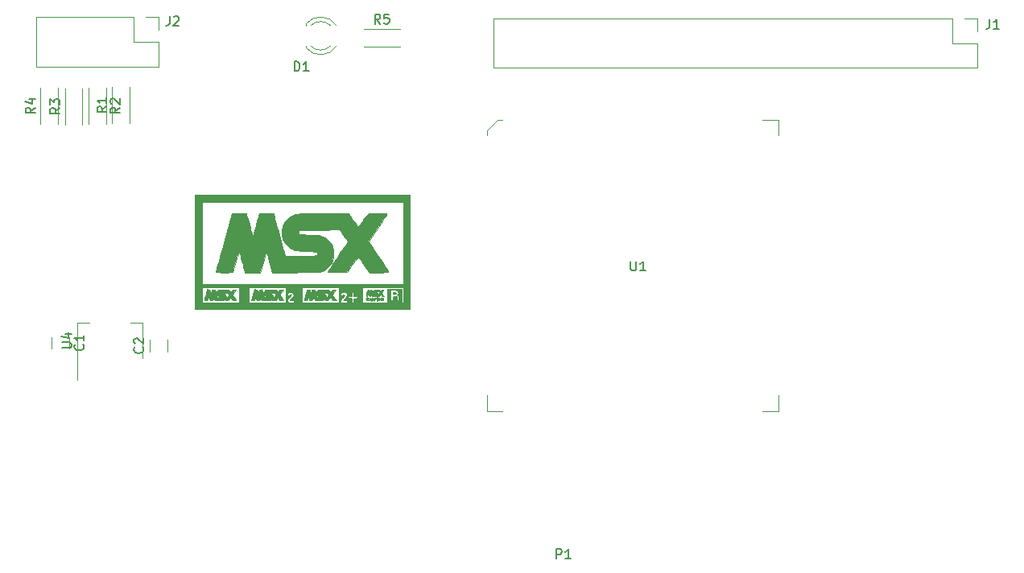
<source format=gto>
G04 #@! TF.GenerationSoftware,KiCad,Pcbnew,(5.1.5)-3*
G04 #@! TF.CreationDate,2020-06-08T21:14:36+01:00*
G04 #@! TF.ProjectId,MSXPI2,4d535850-4932-42e6-9b69-6361645f7063,rev?*
G04 #@! TF.SameCoordinates,Original*
G04 #@! TF.FileFunction,Legend,Top*
G04 #@! TF.FilePolarity,Positive*
%FSLAX46Y46*%
G04 Gerber Fmt 4.6, Leading zero omitted, Abs format (unit mm)*
G04 Created by KiCad (PCBNEW (5.1.5)-3) date 2020-06-08 21:14:36*
%MOMM*%
%LPD*%
G04 APERTURE LIST*
%ADD10C,0.010000*%
%ADD11C,0.120000*%
%ADD12C,0.100000*%
%ADD13C,0.150000*%
G04 APERTURE END LIST*
D10*
G36*
X120750199Y-59122174D02*
G01*
X120791219Y-59157756D01*
X120798167Y-59220100D01*
X120787097Y-59291671D01*
X120737281Y-59320970D01*
X120650000Y-59325933D01*
X120549801Y-59318026D01*
X120508781Y-59282443D01*
X120501834Y-59220100D01*
X120512904Y-59148529D01*
X120562719Y-59119229D01*
X120650000Y-59114267D01*
X120750199Y-59122174D01*
G37*
X120750199Y-59122174D02*
X120791219Y-59157756D01*
X120798167Y-59220100D01*
X120787097Y-59291671D01*
X120737281Y-59320970D01*
X120650000Y-59325933D01*
X120549801Y-59318026D01*
X120508781Y-59282443D01*
X120501834Y-59220100D01*
X120512904Y-59148529D01*
X120562719Y-59119229D01*
X120650000Y-59114267D01*
X120750199Y-59122174D01*
G36*
X116283315Y-51470816D02*
G01*
X116468975Y-51733958D01*
X116612921Y-51932868D01*
X116720236Y-52073871D01*
X116796004Y-52163291D01*
X116845308Y-52207455D01*
X116873232Y-52212688D01*
X116876897Y-52209382D01*
X116904664Y-52171364D01*
X116973877Y-52075344D01*
X117076728Y-51932188D01*
X117205412Y-51752761D01*
X117352123Y-51547931D01*
X117364636Y-51530450D01*
X117548287Y-51279542D01*
X117702872Y-51080016D01*
X117823700Y-50937553D01*
X117906080Y-50857838D01*
X117932012Y-50843111D01*
X118011346Y-50833232D01*
X118155496Y-50825933D01*
X118349017Y-50821110D01*
X118576468Y-50818661D01*
X118822406Y-50818484D01*
X119071388Y-50820478D01*
X119307972Y-50824539D01*
X119516713Y-50830565D01*
X119682171Y-50838455D01*
X119788901Y-50848106D01*
X119820029Y-50855608D01*
X119833076Y-50866840D01*
X119838541Y-50884430D01*
X119832881Y-50913956D01*
X119812556Y-50960998D01*
X119774023Y-51031135D01*
X119713741Y-51129947D01*
X119628169Y-51263014D01*
X119513763Y-51435915D01*
X119366983Y-51654230D01*
X119184287Y-51923539D01*
X118962133Y-52249420D01*
X118696979Y-52637454D01*
X118585329Y-52800727D01*
X117908988Y-53789687D01*
X118559762Y-54748060D01*
X118865845Y-55199110D01*
X119127412Y-55585333D01*
X119347744Y-55911787D01*
X119530125Y-56183527D01*
X119677837Y-56405610D01*
X119794162Y-56583094D01*
X119882384Y-56721034D01*
X119945784Y-56824487D01*
X119987645Y-56898511D01*
X120011249Y-56948161D01*
X120019880Y-56978495D01*
X120017463Y-56993615D01*
X119967298Y-57010699D01*
X119839274Y-57023794D01*
X119631682Y-57032978D01*
X119342807Y-57038329D01*
X118999566Y-57039933D01*
X118010295Y-57039933D01*
X117545623Y-56373183D01*
X117391014Y-56152532D01*
X117244017Y-55944925D01*
X117114902Y-55764702D01*
X117013938Y-55626205D01*
X116953588Y-55546512D01*
X116826225Y-55386592D01*
X116505156Y-55824168D01*
X116348826Y-56038577D01*
X116178394Y-56274506D01*
X116017352Y-56499332D01*
X115917421Y-56640255D01*
X115650754Y-57018767D01*
X114660793Y-57030149D01*
X114379040Y-57031972D01*
X114125566Y-57030911D01*
X113912633Y-57027239D01*
X113752502Y-57021228D01*
X113657433Y-57013148D01*
X113636745Y-57007445D01*
X113651362Y-56963959D01*
X113712652Y-56854504D01*
X113818494Y-56682301D01*
X113966772Y-56450576D01*
X114155364Y-56162551D01*
X114382153Y-55821451D01*
X114645020Y-55430500D01*
X114941845Y-54992921D01*
X115270510Y-54511937D01*
X115423459Y-54289136D01*
X115555510Y-54095969D01*
X115645241Y-53959192D01*
X115698572Y-53865618D01*
X115721423Y-53802057D01*
X115719716Y-53755321D01*
X115699371Y-53712222D01*
X115689525Y-53696469D01*
X115641421Y-53624407D01*
X115555233Y-53498586D01*
X115441634Y-53334466D01*
X115311295Y-53147506D01*
X115257104Y-53070132D01*
X114892667Y-52550497D01*
X112783141Y-52562132D01*
X112306023Y-52564873D01*
X111906454Y-52567585D01*
X111577315Y-52570576D01*
X111311490Y-52574153D01*
X111101861Y-52578624D01*
X110941311Y-52584297D01*
X110822721Y-52591479D01*
X110738976Y-52600479D01*
X110682956Y-52611604D01*
X110647545Y-52625162D01*
X110625626Y-52641461D01*
X110613558Y-52655941D01*
X110565374Y-52758044D01*
X110554148Y-52825274D01*
X110556993Y-52889605D01*
X110570955Y-52939569D01*
X110605787Y-52977385D01*
X110671242Y-53005273D01*
X110777073Y-53025451D01*
X110933033Y-53040140D01*
X111148876Y-53051559D01*
X111434354Y-53061928D01*
X111620090Y-53067846D01*
X112037397Y-53083961D01*
X112381870Y-53105904D01*
X112665305Y-53137143D01*
X112899501Y-53181146D01*
X113096255Y-53241379D01*
X113267367Y-53321311D01*
X113424634Y-53424409D01*
X113579854Y-53554139D01*
X113714411Y-53683351D01*
X113954476Y-53980468D01*
X114126104Y-54314952D01*
X114229375Y-54674429D01*
X114264368Y-55046526D01*
X114231161Y-55418870D01*
X114129835Y-55779087D01*
X113960467Y-56114803D01*
X113723138Y-56413647D01*
X113696791Y-56439933D01*
X113378267Y-56703246D01*
X113043964Y-56884780D01*
X112689899Y-56986598D01*
X112620494Y-56997046D01*
X112518256Y-57004848D01*
X112340638Y-57012194D01*
X112096925Y-57018934D01*
X111796403Y-57024918D01*
X111448359Y-57029994D01*
X111062077Y-57034013D01*
X110646843Y-57036825D01*
X110211944Y-57038277D01*
X110066667Y-57038432D01*
X107823000Y-57039546D01*
X107645578Y-56415323D01*
X107568470Y-56142846D01*
X107485278Y-55846904D01*
X107405397Y-55561030D01*
X107338222Y-55318759D01*
X107331075Y-55292803D01*
X107276783Y-55105357D01*
X107228131Y-54955539D01*
X107190187Y-54857736D01*
X107168018Y-54826335D01*
X107167066Y-54827137D01*
X107149291Y-54875219D01*
X107112933Y-54994090D01*
X107061145Y-55172711D01*
X106997078Y-55400039D01*
X106923884Y-55665036D01*
X106846569Y-55949775D01*
X106553000Y-57039783D01*
X105741367Y-57039858D01*
X104929733Y-57039933D01*
X104885539Y-56902350D01*
X104862369Y-56822802D01*
X104821521Y-56674835D01*
X104766636Y-56471964D01*
X104701358Y-56227707D01*
X104629330Y-55955582D01*
X104587421Y-55796126D01*
X104515078Y-55522634D01*
X104448927Y-55277233D01*
X104392203Y-55071550D01*
X104348142Y-54917210D01*
X104319979Y-54825842D01*
X104311828Y-54805817D01*
X104303591Y-54798064D01*
X104295244Y-54798837D01*
X104284047Y-54816894D01*
X104267256Y-54860994D01*
X104242130Y-54939895D01*
X104205927Y-55062354D01*
X104155905Y-55237131D01*
X104089322Y-55472984D01*
X104003436Y-55778671D01*
X103970231Y-55896933D01*
X103891515Y-56177137D01*
X103819590Y-56432925D01*
X103757882Y-56652128D01*
X103709819Y-56822578D01*
X103678828Y-56932104D01*
X103669175Y-56965850D01*
X103655560Y-56990665D01*
X103624050Y-57009266D01*
X103563836Y-57022534D01*
X103464109Y-57031351D01*
X103314059Y-57036600D01*
X103102878Y-57039163D01*
X102819757Y-57039920D01*
X102761314Y-57039933D01*
X102452047Y-57038812D01*
X102218851Y-57035101D01*
X102053153Y-57028279D01*
X101946383Y-57017827D01*
X101889969Y-57003224D01*
X101875167Y-56986128D01*
X101886739Y-56922042D01*
X101921267Y-56777588D01*
X101978469Y-56553810D01*
X102058064Y-56251756D01*
X102159768Y-55872472D01*
X102283301Y-55417004D01*
X102428381Y-54886399D01*
X102594724Y-54281701D01*
X102782050Y-53603959D01*
X102944498Y-53018267D01*
X103550011Y-50838100D01*
X104268339Y-50827611D01*
X104509044Y-50826062D01*
X104721801Y-50828397D01*
X104891484Y-50834156D01*
X105002965Y-50842880D01*
X105039243Y-50851066D01*
X105063944Y-50899534D01*
X105106736Y-51018826D01*
X105164185Y-51197879D01*
X105232860Y-51425632D01*
X105309330Y-51691022D01*
X105388344Y-51976297D01*
X105468899Y-52270021D01*
X105544120Y-52539139D01*
X105610671Y-52772119D01*
X105665215Y-52957430D01*
X105704417Y-53083538D01*
X105724504Y-53138176D01*
X105737177Y-53163030D01*
X105747829Y-53180393D01*
X105759103Y-53182279D01*
X105773642Y-53160706D01*
X105794090Y-53107691D01*
X105823091Y-53015251D01*
X105863289Y-52875404D01*
X105917326Y-52680165D01*
X105987846Y-52421551D01*
X106077493Y-52091581D01*
X106106917Y-51983348D01*
X106188004Y-51690926D01*
X106264632Y-51425335D01*
X106333382Y-51197589D01*
X106390836Y-51018702D01*
X106433576Y-50899688D01*
X106458155Y-50851579D01*
X106513488Y-50841248D01*
X106633373Y-50832613D01*
X106801246Y-50825805D01*
X107000547Y-50820952D01*
X107214712Y-50818182D01*
X107427179Y-50817623D01*
X107621387Y-50819406D01*
X107780774Y-50823657D01*
X107888776Y-50830507D01*
X107928832Y-50840083D01*
X107928834Y-50840156D01*
X107939713Y-50882874D01*
X107970667Y-50998028D01*
X108019173Y-51176459D01*
X108082707Y-51409007D01*
X108158745Y-51686513D01*
X108244763Y-51999819D01*
X108338237Y-52339765D01*
X108436643Y-52697192D01*
X108537457Y-53062941D01*
X108638155Y-53427853D01*
X108736215Y-53782768D01*
X108829110Y-54118529D01*
X108914318Y-54425975D01*
X108989315Y-54695948D01*
X109051577Y-54919288D01*
X109098580Y-55086836D01*
X109116088Y-55148641D01*
X109162205Y-55310516D01*
X110757436Y-55295190D01*
X111119154Y-55290853D01*
X111455952Y-55285165D01*
X111758028Y-55278413D01*
X112015583Y-55270890D01*
X112218818Y-55262884D01*
X112357931Y-55254686D01*
X112423123Y-55246586D01*
X112425139Y-55245821D01*
X112504502Y-55169417D01*
X112533935Y-55059573D01*
X112513436Y-54948317D01*
X112443007Y-54867677D01*
X112425139Y-54858932D01*
X112363359Y-54848879D01*
X112229961Y-54837071D01*
X112037957Y-54824323D01*
X111800355Y-54811448D01*
X111530165Y-54799264D01*
X111379000Y-54793393D01*
X111018559Y-54779239D01*
X110729606Y-54764325D01*
X110498987Y-54745897D01*
X110313548Y-54721198D01*
X110160134Y-54687473D01*
X110025590Y-54641967D01*
X109896762Y-54581923D01*
X109760495Y-54504586D01*
X109637580Y-54428599D01*
X109358620Y-54206344D01*
X109123366Y-53916419D01*
X108973841Y-53653267D01*
X108918457Y-53536464D01*
X108880774Y-53438961D01*
X108857389Y-53339928D01*
X108844900Y-53218534D01*
X108839905Y-53053948D01*
X108839000Y-52827767D01*
X108839958Y-52599520D01*
X108845127Y-52434746D01*
X108857949Y-52312255D01*
X108881869Y-52210856D01*
X108920328Y-52109360D01*
X108975104Y-51990091D01*
X109178493Y-51655378D01*
X109447210Y-51360468D01*
X109765210Y-51121785D01*
X109892913Y-51050623D01*
X109983174Y-51006960D01*
X110074145Y-50969181D01*
X110172417Y-50936857D01*
X110284575Y-50909560D01*
X110417209Y-50886859D01*
X110576907Y-50868327D01*
X110770255Y-50853535D01*
X111003843Y-50842053D01*
X111284258Y-50833452D01*
X111618089Y-50827305D01*
X112011922Y-50823181D01*
X112472347Y-50820653D01*
X113005950Y-50819290D01*
X113454071Y-50818778D01*
X115825475Y-50816933D01*
X116283315Y-51470816D01*
G37*
X116283315Y-51470816D02*
X116468975Y-51733958D01*
X116612921Y-51932868D01*
X116720236Y-52073871D01*
X116796004Y-52163291D01*
X116845308Y-52207455D01*
X116873232Y-52212688D01*
X116876897Y-52209382D01*
X116904664Y-52171364D01*
X116973877Y-52075344D01*
X117076728Y-51932188D01*
X117205412Y-51752761D01*
X117352123Y-51547931D01*
X117364636Y-51530450D01*
X117548287Y-51279542D01*
X117702872Y-51080016D01*
X117823700Y-50937553D01*
X117906080Y-50857838D01*
X117932012Y-50843111D01*
X118011346Y-50833232D01*
X118155496Y-50825933D01*
X118349017Y-50821110D01*
X118576468Y-50818661D01*
X118822406Y-50818484D01*
X119071388Y-50820478D01*
X119307972Y-50824539D01*
X119516713Y-50830565D01*
X119682171Y-50838455D01*
X119788901Y-50848106D01*
X119820029Y-50855608D01*
X119833076Y-50866840D01*
X119838541Y-50884430D01*
X119832881Y-50913956D01*
X119812556Y-50960998D01*
X119774023Y-51031135D01*
X119713741Y-51129947D01*
X119628169Y-51263014D01*
X119513763Y-51435915D01*
X119366983Y-51654230D01*
X119184287Y-51923539D01*
X118962133Y-52249420D01*
X118696979Y-52637454D01*
X118585329Y-52800727D01*
X117908988Y-53789687D01*
X118559762Y-54748060D01*
X118865845Y-55199110D01*
X119127412Y-55585333D01*
X119347744Y-55911787D01*
X119530125Y-56183527D01*
X119677837Y-56405610D01*
X119794162Y-56583094D01*
X119882384Y-56721034D01*
X119945784Y-56824487D01*
X119987645Y-56898511D01*
X120011249Y-56948161D01*
X120019880Y-56978495D01*
X120017463Y-56993615D01*
X119967298Y-57010699D01*
X119839274Y-57023794D01*
X119631682Y-57032978D01*
X119342807Y-57038329D01*
X118999566Y-57039933D01*
X118010295Y-57039933D01*
X117545623Y-56373183D01*
X117391014Y-56152532D01*
X117244017Y-55944925D01*
X117114902Y-55764702D01*
X117013938Y-55626205D01*
X116953588Y-55546512D01*
X116826225Y-55386592D01*
X116505156Y-55824168D01*
X116348826Y-56038577D01*
X116178394Y-56274506D01*
X116017352Y-56499332D01*
X115917421Y-56640255D01*
X115650754Y-57018767D01*
X114660793Y-57030149D01*
X114379040Y-57031972D01*
X114125566Y-57030911D01*
X113912633Y-57027239D01*
X113752502Y-57021228D01*
X113657433Y-57013148D01*
X113636745Y-57007445D01*
X113651362Y-56963959D01*
X113712652Y-56854504D01*
X113818494Y-56682301D01*
X113966772Y-56450576D01*
X114155364Y-56162551D01*
X114382153Y-55821451D01*
X114645020Y-55430500D01*
X114941845Y-54992921D01*
X115270510Y-54511937D01*
X115423459Y-54289136D01*
X115555510Y-54095969D01*
X115645241Y-53959192D01*
X115698572Y-53865618D01*
X115721423Y-53802057D01*
X115719716Y-53755321D01*
X115699371Y-53712222D01*
X115689525Y-53696469D01*
X115641421Y-53624407D01*
X115555233Y-53498586D01*
X115441634Y-53334466D01*
X115311295Y-53147506D01*
X115257104Y-53070132D01*
X114892667Y-52550497D01*
X112783141Y-52562132D01*
X112306023Y-52564873D01*
X111906454Y-52567585D01*
X111577315Y-52570576D01*
X111311490Y-52574153D01*
X111101861Y-52578624D01*
X110941311Y-52584297D01*
X110822721Y-52591479D01*
X110738976Y-52600479D01*
X110682956Y-52611604D01*
X110647545Y-52625162D01*
X110625626Y-52641461D01*
X110613558Y-52655941D01*
X110565374Y-52758044D01*
X110554148Y-52825274D01*
X110556993Y-52889605D01*
X110570955Y-52939569D01*
X110605787Y-52977385D01*
X110671242Y-53005273D01*
X110777073Y-53025451D01*
X110933033Y-53040140D01*
X111148876Y-53051559D01*
X111434354Y-53061928D01*
X111620090Y-53067846D01*
X112037397Y-53083961D01*
X112381870Y-53105904D01*
X112665305Y-53137143D01*
X112899501Y-53181146D01*
X113096255Y-53241379D01*
X113267367Y-53321311D01*
X113424634Y-53424409D01*
X113579854Y-53554139D01*
X113714411Y-53683351D01*
X113954476Y-53980468D01*
X114126104Y-54314952D01*
X114229375Y-54674429D01*
X114264368Y-55046526D01*
X114231161Y-55418870D01*
X114129835Y-55779087D01*
X113960467Y-56114803D01*
X113723138Y-56413647D01*
X113696791Y-56439933D01*
X113378267Y-56703246D01*
X113043964Y-56884780D01*
X112689899Y-56986598D01*
X112620494Y-56997046D01*
X112518256Y-57004848D01*
X112340638Y-57012194D01*
X112096925Y-57018934D01*
X111796403Y-57024918D01*
X111448359Y-57029994D01*
X111062077Y-57034013D01*
X110646843Y-57036825D01*
X110211944Y-57038277D01*
X110066667Y-57038432D01*
X107823000Y-57039546D01*
X107645578Y-56415323D01*
X107568470Y-56142846D01*
X107485278Y-55846904D01*
X107405397Y-55561030D01*
X107338222Y-55318759D01*
X107331075Y-55292803D01*
X107276783Y-55105357D01*
X107228131Y-54955539D01*
X107190187Y-54857736D01*
X107168018Y-54826335D01*
X107167066Y-54827137D01*
X107149291Y-54875219D01*
X107112933Y-54994090D01*
X107061145Y-55172711D01*
X106997078Y-55400039D01*
X106923884Y-55665036D01*
X106846569Y-55949775D01*
X106553000Y-57039783D01*
X105741367Y-57039858D01*
X104929733Y-57039933D01*
X104885539Y-56902350D01*
X104862369Y-56822802D01*
X104821521Y-56674835D01*
X104766636Y-56471964D01*
X104701358Y-56227707D01*
X104629330Y-55955582D01*
X104587421Y-55796126D01*
X104515078Y-55522634D01*
X104448927Y-55277233D01*
X104392203Y-55071550D01*
X104348142Y-54917210D01*
X104319979Y-54825842D01*
X104311828Y-54805817D01*
X104303591Y-54798064D01*
X104295244Y-54798837D01*
X104284047Y-54816894D01*
X104267256Y-54860994D01*
X104242130Y-54939895D01*
X104205927Y-55062354D01*
X104155905Y-55237131D01*
X104089322Y-55472984D01*
X104003436Y-55778671D01*
X103970231Y-55896933D01*
X103891515Y-56177137D01*
X103819590Y-56432925D01*
X103757882Y-56652128D01*
X103709819Y-56822578D01*
X103678828Y-56932104D01*
X103669175Y-56965850D01*
X103655560Y-56990665D01*
X103624050Y-57009266D01*
X103563836Y-57022534D01*
X103464109Y-57031351D01*
X103314059Y-57036600D01*
X103102878Y-57039163D01*
X102819757Y-57039920D01*
X102761314Y-57039933D01*
X102452047Y-57038812D01*
X102218851Y-57035101D01*
X102053153Y-57028279D01*
X101946383Y-57017827D01*
X101889969Y-57003224D01*
X101875167Y-56986128D01*
X101886739Y-56922042D01*
X101921267Y-56777588D01*
X101978469Y-56553810D01*
X102058064Y-56251756D01*
X102159768Y-55872472D01*
X102283301Y-55417004D01*
X102428381Y-54886399D01*
X102594724Y-54281701D01*
X102782050Y-53603959D01*
X102944498Y-53018267D01*
X103550011Y-50838100D01*
X104268339Y-50827611D01*
X104509044Y-50826062D01*
X104721801Y-50828397D01*
X104891484Y-50834156D01*
X105002965Y-50842880D01*
X105039243Y-50851066D01*
X105063944Y-50899534D01*
X105106736Y-51018826D01*
X105164185Y-51197879D01*
X105232860Y-51425632D01*
X105309330Y-51691022D01*
X105388344Y-51976297D01*
X105468899Y-52270021D01*
X105544120Y-52539139D01*
X105610671Y-52772119D01*
X105665215Y-52957430D01*
X105704417Y-53083538D01*
X105724504Y-53138176D01*
X105737177Y-53163030D01*
X105747829Y-53180393D01*
X105759103Y-53182279D01*
X105773642Y-53160706D01*
X105794090Y-53107691D01*
X105823091Y-53015251D01*
X105863289Y-52875404D01*
X105917326Y-52680165D01*
X105987846Y-52421551D01*
X106077493Y-52091581D01*
X106106917Y-51983348D01*
X106188004Y-51690926D01*
X106264632Y-51425335D01*
X106333382Y-51197589D01*
X106390836Y-51018702D01*
X106433576Y-50899688D01*
X106458155Y-50851579D01*
X106513488Y-50841248D01*
X106633373Y-50832613D01*
X106801246Y-50825805D01*
X107000547Y-50820952D01*
X107214712Y-50818182D01*
X107427179Y-50817623D01*
X107621387Y-50819406D01*
X107780774Y-50823657D01*
X107888776Y-50830507D01*
X107928832Y-50840083D01*
X107928834Y-50840156D01*
X107939713Y-50882874D01*
X107970667Y-50998028D01*
X108019173Y-51176459D01*
X108082707Y-51409007D01*
X108158745Y-51686513D01*
X108244763Y-51999819D01*
X108338237Y-52339765D01*
X108436643Y-52697192D01*
X108537457Y-53062941D01*
X108638155Y-53427853D01*
X108736215Y-53782768D01*
X108829110Y-54118529D01*
X108914318Y-54425975D01*
X108989315Y-54695948D01*
X109051577Y-54919288D01*
X109098580Y-55086836D01*
X109116088Y-55148641D01*
X109162205Y-55310516D01*
X110757436Y-55295190D01*
X111119154Y-55290853D01*
X111455952Y-55285165D01*
X111758028Y-55278413D01*
X112015583Y-55270890D01*
X112218818Y-55262884D01*
X112357931Y-55254686D01*
X112423123Y-55246586D01*
X112425139Y-55245821D01*
X112504502Y-55169417D01*
X112533935Y-55059573D01*
X112513436Y-54948317D01*
X112443007Y-54867677D01*
X112425139Y-54858932D01*
X112363359Y-54848879D01*
X112229961Y-54837071D01*
X112037957Y-54824323D01*
X111800355Y-54811448D01*
X111530165Y-54799264D01*
X111379000Y-54793393D01*
X111018559Y-54779239D01*
X110729606Y-54764325D01*
X110498987Y-54745897D01*
X110313548Y-54721198D01*
X110160134Y-54687473D01*
X110025590Y-54641967D01*
X109896762Y-54581923D01*
X109760495Y-54504586D01*
X109637580Y-54428599D01*
X109358620Y-54206344D01*
X109123366Y-53916419D01*
X108973841Y-53653267D01*
X108918457Y-53536464D01*
X108880774Y-53438961D01*
X108857389Y-53339928D01*
X108844900Y-53218534D01*
X108839905Y-53053948D01*
X108839000Y-52827767D01*
X108839958Y-52599520D01*
X108845127Y-52434746D01*
X108857949Y-52312255D01*
X108881869Y-52210856D01*
X108920328Y-52109360D01*
X108975104Y-51990091D01*
X109178493Y-51655378D01*
X109447210Y-51360468D01*
X109765210Y-51121785D01*
X109892913Y-51050623D01*
X109983174Y-51006960D01*
X110074145Y-50969181D01*
X110172417Y-50936857D01*
X110284575Y-50909560D01*
X110417209Y-50886859D01*
X110576907Y-50868327D01*
X110770255Y-50853535D01*
X111003843Y-50842053D01*
X111284258Y-50833452D01*
X111618089Y-50827305D01*
X112011922Y-50823181D01*
X112472347Y-50820653D01*
X113005950Y-50819290D01*
X113454071Y-50818778D01*
X115825475Y-50816933D01*
X116283315Y-51470816D01*
G36*
X112373892Y-59177984D02*
G01*
X112431304Y-59386122D01*
X112479682Y-59525060D01*
X112532288Y-59607277D01*
X112602386Y-59645251D01*
X112703238Y-59651459D01*
X112848108Y-59638380D01*
X112861678Y-59636909D01*
X113157000Y-59604899D01*
X112896159Y-59560666D01*
X112687379Y-59509576D01*
X112551690Y-59434886D01*
X112478840Y-59327927D01*
X112458590Y-59191054D01*
X112775705Y-59191054D01*
X112776000Y-59198933D01*
X112830203Y-59223398D01*
X112939283Y-59238687D01*
X113013256Y-59241267D01*
X113209476Y-59270835D01*
X113346688Y-59356955D01*
X113420350Y-59495748D01*
X113432167Y-59599176D01*
X113436922Y-59697933D01*
X113448631Y-59747801D01*
X113451300Y-59749267D01*
X113483947Y-59717474D01*
X113546978Y-59635948D01*
X113595590Y-59567357D01*
X113667195Y-59458178D01*
X113694806Y-59388651D01*
X113683890Y-59329711D01*
X113651318Y-59271024D01*
X113615926Y-59218634D01*
X113574446Y-59185311D01*
X113508591Y-59166746D01*
X113400076Y-59158626D01*
X113230612Y-59156643D01*
X113165863Y-59156600D01*
X112961186Y-59160605D01*
X112829505Y-59172267D01*
X112775705Y-59191054D01*
X112458590Y-59191054D01*
X112458500Y-59190448D01*
X112484614Y-59034291D01*
X112562409Y-58921842D01*
X112609461Y-58879056D01*
X112660532Y-58849974D01*
X112732044Y-58831958D01*
X112840422Y-58822372D01*
X113002089Y-58818577D01*
X113209449Y-58817933D01*
X113752579Y-58817933D01*
X113831496Y-58951530D01*
X113910414Y-59085126D01*
X114021808Y-58948640D01*
X114105798Y-58860442D01*
X114188740Y-58825402D01*
X114311855Y-58825627D01*
X114490509Y-58839100D01*
X114321306Y-59093100D01*
X114238134Y-59222730D01*
X114177709Y-59326014D01*
X114152145Y-59382135D01*
X114151968Y-59384057D01*
X114174975Y-59433872D01*
X114236058Y-59532557D01*
X114323101Y-59660796D01*
X114344472Y-59690974D01*
X114537111Y-59960933D01*
X114333889Y-59960644D01*
X114204361Y-59953964D01*
X114123591Y-59922757D01*
X114055968Y-59849568D01*
X114029118Y-59811249D01*
X113927570Y-59662143D01*
X113821274Y-59811538D01*
X113740963Y-59908326D01*
X113658990Y-59951142D01*
X113534692Y-59960930D01*
X113531239Y-59960933D01*
X113403742Y-59952632D01*
X113353274Y-59923682D01*
X113373463Y-59868016D01*
X113400417Y-59836350D01*
X113405490Y-59820077D01*
X113354070Y-59848256D01*
X113326334Y-59866767D01*
X113245180Y-59910059D01*
X113136664Y-59941135D01*
X112982108Y-59963718D01*
X112762834Y-59981534D01*
X112745170Y-59982662D01*
X112545654Y-59996213D01*
X112412964Y-60001031D01*
X112329256Y-59988531D01*
X112276689Y-59950128D01*
X112237421Y-59877238D01*
X112193611Y-59761277D01*
X112173373Y-59707545D01*
X112146510Y-59646169D01*
X112125477Y-59644674D01*
X112097669Y-59711447D01*
X112077939Y-59771045D01*
X112021576Y-59911381D01*
X111956856Y-59980981D01*
X111864081Y-59993012D01*
X111773384Y-59974624D01*
X111715813Y-59923607D01*
X111674316Y-59825969D01*
X111673156Y-59820785D01*
X111639305Y-59691774D01*
X111608391Y-59645567D01*
X111576428Y-59680583D01*
X111546183Y-59770433D01*
X111509097Y-59878753D01*
X111458433Y-59929999D01*
X111363173Y-59949456D01*
X111322494Y-59952784D01*
X111215179Y-59953536D01*
X111154994Y-59939967D01*
X111150046Y-59931617D01*
X111162802Y-59880203D01*
X111194919Y-59763968D01*
X111241781Y-59599293D01*
X111298772Y-59402559D01*
X111308796Y-59368267D01*
X111463667Y-58839100D01*
X111609142Y-58839100D01*
X111709435Y-58848589D01*
X111761196Y-58893876D01*
X111792373Y-58987267D01*
X111833650Y-59117659D01*
X111871330Y-59164035D01*
X111908085Y-59126811D01*
X111945392Y-59011182D01*
X111979871Y-58893539D01*
X112019481Y-58836868D01*
X112085930Y-58819111D01*
X112135593Y-58817933D01*
X112277133Y-58817933D01*
X112373892Y-59177984D01*
G37*
X112373892Y-59177984D02*
X112431304Y-59386122D01*
X112479682Y-59525060D01*
X112532288Y-59607277D01*
X112602386Y-59645251D01*
X112703238Y-59651459D01*
X112848108Y-59638380D01*
X112861678Y-59636909D01*
X113157000Y-59604899D01*
X112896159Y-59560666D01*
X112687379Y-59509576D01*
X112551690Y-59434886D01*
X112478840Y-59327927D01*
X112458590Y-59191054D01*
X112775705Y-59191054D01*
X112776000Y-59198933D01*
X112830203Y-59223398D01*
X112939283Y-59238687D01*
X113013256Y-59241267D01*
X113209476Y-59270835D01*
X113346688Y-59356955D01*
X113420350Y-59495748D01*
X113432167Y-59599176D01*
X113436922Y-59697933D01*
X113448631Y-59747801D01*
X113451300Y-59749267D01*
X113483947Y-59717474D01*
X113546978Y-59635948D01*
X113595590Y-59567357D01*
X113667195Y-59458178D01*
X113694806Y-59388651D01*
X113683890Y-59329711D01*
X113651318Y-59271024D01*
X113615926Y-59218634D01*
X113574446Y-59185311D01*
X113508591Y-59166746D01*
X113400076Y-59158626D01*
X113230612Y-59156643D01*
X113165863Y-59156600D01*
X112961186Y-59160605D01*
X112829505Y-59172267D01*
X112775705Y-59191054D01*
X112458590Y-59191054D01*
X112458500Y-59190448D01*
X112484614Y-59034291D01*
X112562409Y-58921842D01*
X112609461Y-58879056D01*
X112660532Y-58849974D01*
X112732044Y-58831958D01*
X112840422Y-58822372D01*
X113002089Y-58818577D01*
X113209449Y-58817933D01*
X113752579Y-58817933D01*
X113831496Y-58951530D01*
X113910414Y-59085126D01*
X114021808Y-58948640D01*
X114105798Y-58860442D01*
X114188740Y-58825402D01*
X114311855Y-58825627D01*
X114490509Y-58839100D01*
X114321306Y-59093100D01*
X114238134Y-59222730D01*
X114177709Y-59326014D01*
X114152145Y-59382135D01*
X114151968Y-59384057D01*
X114174975Y-59433872D01*
X114236058Y-59532557D01*
X114323101Y-59660796D01*
X114344472Y-59690974D01*
X114537111Y-59960933D01*
X114333889Y-59960644D01*
X114204361Y-59953964D01*
X114123591Y-59922757D01*
X114055968Y-59849568D01*
X114029118Y-59811249D01*
X113927570Y-59662143D01*
X113821274Y-59811538D01*
X113740963Y-59908326D01*
X113658990Y-59951142D01*
X113534692Y-59960930D01*
X113531239Y-59960933D01*
X113403742Y-59952632D01*
X113353274Y-59923682D01*
X113373463Y-59868016D01*
X113400417Y-59836350D01*
X113405490Y-59820077D01*
X113354070Y-59848256D01*
X113326334Y-59866767D01*
X113245180Y-59910059D01*
X113136664Y-59941135D01*
X112982108Y-59963718D01*
X112762834Y-59981534D01*
X112745170Y-59982662D01*
X112545654Y-59996213D01*
X112412964Y-60001031D01*
X112329256Y-59988531D01*
X112276689Y-59950128D01*
X112237421Y-59877238D01*
X112193611Y-59761277D01*
X112173373Y-59707545D01*
X112146510Y-59646169D01*
X112125477Y-59644674D01*
X112097669Y-59711447D01*
X112077939Y-59771045D01*
X112021576Y-59911381D01*
X111956856Y-59980981D01*
X111864081Y-59993012D01*
X111773384Y-59974624D01*
X111715813Y-59923607D01*
X111674316Y-59825969D01*
X111673156Y-59820785D01*
X111639305Y-59691774D01*
X111608391Y-59645567D01*
X111576428Y-59680583D01*
X111546183Y-59770433D01*
X111509097Y-59878753D01*
X111458433Y-59929999D01*
X111363173Y-59949456D01*
X111322494Y-59952784D01*
X111215179Y-59953536D01*
X111154994Y-59939967D01*
X111150046Y-59931617D01*
X111162802Y-59880203D01*
X111194919Y-59763968D01*
X111241781Y-59599293D01*
X111298772Y-59402559D01*
X111308796Y-59368267D01*
X111463667Y-58839100D01*
X111609142Y-58839100D01*
X111709435Y-58848589D01*
X111761196Y-58893876D01*
X111792373Y-58987267D01*
X111833650Y-59117659D01*
X111871330Y-59164035D01*
X111908085Y-59126811D01*
X111945392Y-59011182D01*
X111979871Y-58893539D01*
X112019481Y-58836868D01*
X112085930Y-58819111D01*
X112135593Y-58817933D01*
X112277133Y-58817933D01*
X112373892Y-59177984D01*
G36*
X106059743Y-58826316D02*
G01*
X106154296Y-58841351D01*
X106207830Y-58881581D01*
X106243837Y-58970905D01*
X106259588Y-59029600D01*
X106290266Y-59141729D01*
X106311372Y-59181001D01*
X106333171Y-59156871D01*
X106351516Y-59114267D01*
X106391224Y-58999689D01*
X106410660Y-58923767D01*
X106448599Y-58860355D01*
X106544044Y-58830064D01*
X106578916Y-58826330D01*
X106731128Y-58813560D01*
X106831240Y-59201873D01*
X106890060Y-59410516D01*
X106948264Y-59547944D01*
X107020492Y-59626226D01*
X107121384Y-59657427D01*
X107265579Y-59653614D01*
X107364614Y-59641516D01*
X107611334Y-59607851D01*
X107400245Y-59574804D01*
X107212888Y-59542681D01*
X107090256Y-59511293D01*
X107012943Y-59471880D01*
X106961540Y-59415678D01*
X106931325Y-59363094D01*
X106886060Y-59199505D01*
X106888191Y-59190865D01*
X107230181Y-59190865D01*
X107230334Y-59198933D01*
X107284536Y-59223398D01*
X107393616Y-59238687D01*
X107467589Y-59241267D01*
X107664846Y-59270598D01*
X107801360Y-59357189D01*
X107874728Y-59498931D01*
X107887441Y-59609759D01*
X107888383Y-59770433D01*
X107970200Y-59664600D01*
X108047927Y-59554528D01*
X108103412Y-59463517D01*
X108133075Y-59370049D01*
X108103761Y-59273110D01*
X108098167Y-59262433D01*
X108067974Y-59214046D01*
X108028166Y-59183223D01*
X107960996Y-59166014D01*
X107848716Y-59158467D01*
X107673579Y-59156630D01*
X107622848Y-59156600D01*
X107417300Y-59160581D01*
X107284795Y-59172177D01*
X107230181Y-59190865D01*
X106888191Y-59190865D01*
X106924541Y-59043544D01*
X107018464Y-58920121D01*
X107065073Y-58878017D01*
X107116397Y-58849402D01*
X107188825Y-58831683D01*
X107298747Y-58822262D01*
X107462551Y-58818546D01*
X107663782Y-58817933D01*
X108206912Y-58817933D01*
X108285829Y-58951530D01*
X108364747Y-59085126D01*
X108476141Y-58948640D01*
X108560131Y-58860442D01*
X108643073Y-58825402D01*
X108766189Y-58825627D01*
X108944842Y-58839100D01*
X108775639Y-59093100D01*
X108692696Y-59221050D01*
X108632321Y-59320743D01*
X108606519Y-59372271D01*
X108606302Y-59373928D01*
X108628579Y-59419083D01*
X108687848Y-59515115D01*
X108772560Y-59643529D01*
X108797948Y-59680844D01*
X108989729Y-59960933D01*
X108784742Y-59960933D01*
X108652355Y-59953825D01*
X108568617Y-59922021D01*
X108497986Y-59849796D01*
X108480127Y-59826178D01*
X108380498Y-59691423D01*
X108268000Y-59826178D01*
X108174270Y-59917925D01*
X108073137Y-59955566D01*
X107978667Y-59960933D01*
X107854173Y-59952204D01*
X107806886Y-59921968D01*
X107830766Y-59864152D01*
X107854750Y-59836350D01*
X107859747Y-59821052D01*
X107808923Y-59850757D01*
X107778865Y-59871685D01*
X107715075Y-59911918D01*
X107646067Y-59937692D01*
X107552978Y-59951484D01*
X107416944Y-59955772D01*
X107219102Y-59953033D01*
X107168776Y-59951818D01*
X106687489Y-59939767D01*
X106639972Y-59770433D01*
X106604115Y-59669202D01*
X106572663Y-59647541D01*
X106541563Y-59707129D01*
X106512282Y-59823350D01*
X106484739Y-59913164D01*
X106434894Y-59952032D01*
X106333245Y-59960892D01*
X106318435Y-59960933D01*
X106214668Y-59955223D01*
X106158124Y-59922949D01*
X106121781Y-59841401D01*
X106104386Y-59781017D01*
X106054675Y-59601100D01*
X105993393Y-59781017D01*
X105949861Y-59892447D01*
X105901656Y-59944739D01*
X105820717Y-59960126D01*
X105766306Y-59960933D01*
X105661531Y-59955696D01*
X105604180Y-59942646D01*
X105600500Y-59937804D01*
X105611309Y-59890702D01*
X105640927Y-59777802D01*
X105685144Y-59614781D01*
X105739747Y-59417319D01*
X105754613Y-59364103D01*
X105908726Y-58813531D01*
X106059743Y-58826316D01*
G37*
X106059743Y-58826316D02*
X106154296Y-58841351D01*
X106207830Y-58881581D01*
X106243837Y-58970905D01*
X106259588Y-59029600D01*
X106290266Y-59141729D01*
X106311372Y-59181001D01*
X106333171Y-59156871D01*
X106351516Y-59114267D01*
X106391224Y-58999689D01*
X106410660Y-58923767D01*
X106448599Y-58860355D01*
X106544044Y-58830064D01*
X106578916Y-58826330D01*
X106731128Y-58813560D01*
X106831240Y-59201873D01*
X106890060Y-59410516D01*
X106948264Y-59547944D01*
X107020492Y-59626226D01*
X107121384Y-59657427D01*
X107265579Y-59653614D01*
X107364614Y-59641516D01*
X107611334Y-59607851D01*
X107400245Y-59574804D01*
X107212888Y-59542681D01*
X107090256Y-59511293D01*
X107012943Y-59471880D01*
X106961540Y-59415678D01*
X106931325Y-59363094D01*
X106886060Y-59199505D01*
X106888191Y-59190865D01*
X107230181Y-59190865D01*
X107230334Y-59198933D01*
X107284536Y-59223398D01*
X107393616Y-59238687D01*
X107467589Y-59241267D01*
X107664846Y-59270598D01*
X107801360Y-59357189D01*
X107874728Y-59498931D01*
X107887441Y-59609759D01*
X107888383Y-59770433D01*
X107970200Y-59664600D01*
X108047927Y-59554528D01*
X108103412Y-59463517D01*
X108133075Y-59370049D01*
X108103761Y-59273110D01*
X108098167Y-59262433D01*
X108067974Y-59214046D01*
X108028166Y-59183223D01*
X107960996Y-59166014D01*
X107848716Y-59158467D01*
X107673579Y-59156630D01*
X107622848Y-59156600D01*
X107417300Y-59160581D01*
X107284795Y-59172177D01*
X107230181Y-59190865D01*
X106888191Y-59190865D01*
X106924541Y-59043544D01*
X107018464Y-58920121D01*
X107065073Y-58878017D01*
X107116397Y-58849402D01*
X107188825Y-58831683D01*
X107298747Y-58822262D01*
X107462551Y-58818546D01*
X107663782Y-58817933D01*
X108206912Y-58817933D01*
X108285829Y-58951530D01*
X108364747Y-59085126D01*
X108476141Y-58948640D01*
X108560131Y-58860442D01*
X108643073Y-58825402D01*
X108766189Y-58825627D01*
X108944842Y-58839100D01*
X108775639Y-59093100D01*
X108692696Y-59221050D01*
X108632321Y-59320743D01*
X108606519Y-59372271D01*
X108606302Y-59373928D01*
X108628579Y-59419083D01*
X108687848Y-59515115D01*
X108772560Y-59643529D01*
X108797948Y-59680844D01*
X108989729Y-59960933D01*
X108784742Y-59960933D01*
X108652355Y-59953825D01*
X108568617Y-59922021D01*
X108497986Y-59849796D01*
X108480127Y-59826178D01*
X108380498Y-59691423D01*
X108268000Y-59826178D01*
X108174270Y-59917925D01*
X108073137Y-59955566D01*
X107978667Y-59960933D01*
X107854173Y-59952204D01*
X107806886Y-59921968D01*
X107830766Y-59864152D01*
X107854750Y-59836350D01*
X107859747Y-59821052D01*
X107808923Y-59850757D01*
X107778865Y-59871685D01*
X107715075Y-59911918D01*
X107646067Y-59937692D01*
X107552978Y-59951484D01*
X107416944Y-59955772D01*
X107219102Y-59953033D01*
X107168776Y-59951818D01*
X106687489Y-59939767D01*
X106639972Y-59770433D01*
X106604115Y-59669202D01*
X106572663Y-59647541D01*
X106541563Y-59707129D01*
X106512282Y-59823350D01*
X106484739Y-59913164D01*
X106434894Y-59952032D01*
X106333245Y-59960892D01*
X106318435Y-59960933D01*
X106214668Y-59955223D01*
X106158124Y-59922949D01*
X106121781Y-59841401D01*
X106104386Y-59781017D01*
X106054675Y-59601100D01*
X105993393Y-59781017D01*
X105949861Y-59892447D01*
X105901656Y-59944739D01*
X105820717Y-59960126D01*
X105766306Y-59960933D01*
X105661531Y-59955696D01*
X105604180Y-59942646D01*
X105600500Y-59937804D01*
X105611309Y-59890702D01*
X105640927Y-59777802D01*
X105685144Y-59614781D01*
X105739747Y-59417319D01*
X105754613Y-59364103D01*
X105908726Y-58813531D01*
X106059743Y-58826316D01*
G36*
X101109368Y-58826387D02*
G01*
X101221877Y-58850490D01*
X101271857Y-58905262D01*
X101276673Y-58923767D01*
X101305080Y-59030123D01*
X101334546Y-59114267D01*
X101360806Y-59171438D01*
X101381976Y-59173364D01*
X101408373Y-59110409D01*
X101436552Y-59019017D01*
X101477205Y-58898742D01*
X101519016Y-58839373D01*
X101583461Y-58819623D01*
X101639392Y-58817933D01*
X101724052Y-58823368D01*
X101773628Y-58853621D01*
X101806995Y-58929613D01*
X101833727Y-59033325D01*
X101885399Y-59248718D01*
X101907688Y-59198933D01*
X102256167Y-59198933D01*
X102294460Y-59222034D01*
X102393313Y-59237410D01*
X102490924Y-59241267D01*
X102698509Y-59267707D01*
X102840528Y-59347420D01*
X102917692Y-59480996D01*
X102933500Y-59607642D01*
X102935906Y-59692855D01*
X102950187Y-59724511D01*
X102986938Y-59698302D01*
X103056755Y-59609922D01*
X103111645Y-59535227D01*
X103177910Y-59437901D01*
X103197330Y-59373811D01*
X103175078Y-59309389D01*
X103152421Y-59270643D01*
X103116974Y-59218293D01*
X103075275Y-59185054D01*
X103008970Y-59166588D01*
X102899702Y-59158561D01*
X102729119Y-59156636D01*
X102669695Y-59156600D01*
X102476240Y-59160714D01*
X102336793Y-59172199D01*
X102263912Y-59189768D01*
X102256167Y-59198933D01*
X101907688Y-59198933D01*
X101961351Y-59079074D01*
X102027926Y-58962617D01*
X102101788Y-58878179D01*
X102122785Y-58863682D01*
X102198541Y-58845433D01*
X102340087Y-58830782D01*
X102528572Y-58821148D01*
X102731090Y-58817933D01*
X103253912Y-58817933D01*
X103332829Y-58951530D01*
X103411747Y-59085126D01*
X103523141Y-58948640D01*
X103607131Y-58860442D01*
X103690073Y-58825402D01*
X103813189Y-58825627D01*
X103991842Y-58839100D01*
X103822639Y-59093100D01*
X103739511Y-59222405D01*
X103679096Y-59324993D01*
X103653486Y-59380225D01*
X103653302Y-59382103D01*
X103676256Y-59431820D01*
X103736602Y-59528724D01*
X103821343Y-59651961D01*
X103822500Y-59653578D01*
X103907494Y-59777091D01*
X103968276Y-59874616D01*
X103991830Y-59925254D01*
X103991834Y-59925491D01*
X103954012Y-59946743D01*
X103858450Y-59959394D01*
X103803727Y-59960933D01*
X103678783Y-59952966D01*
X103603620Y-59918047D01*
X103543999Y-59839650D01*
X103540599Y-59833933D01*
X103482605Y-59749005D01*
X103439030Y-59707697D01*
X103435255Y-59706933D01*
X103393199Y-59738120D01*
X103328294Y-59815036D01*
X103314500Y-59833933D01*
X103241933Y-59916438D01*
X103157603Y-59953079D01*
X103036451Y-59960933D01*
X102907487Y-59952950D01*
X102855244Y-59924764D01*
X102872916Y-59870020D01*
X102901750Y-59835154D01*
X102907831Y-59819180D01*
X102858755Y-59849764D01*
X102832541Y-59869021D01*
X102769695Y-59909709D01*
X102697962Y-59936368D01*
X102598572Y-59951874D01*
X102452755Y-59959103D01*
X102241741Y-59960932D01*
X102232819Y-59960933D01*
X101755222Y-59960933D01*
X101694147Y-59781017D01*
X101633071Y-59601100D01*
X101579120Y-59777561D01*
X101513626Y-59919347D01*
X101435585Y-59978066D01*
X101346711Y-59998750D01*
X101296783Y-59993936D01*
X101256885Y-59970868D01*
X101215159Y-59913565D01*
X101168052Y-59808449D01*
X101154719Y-59770433D01*
X101099336Y-59601100D01*
X101039223Y-59781017D01*
X100996615Y-59892389D01*
X100948911Y-59944657D01*
X100867597Y-59960081D01*
X100808777Y-59960933D01*
X100693912Y-59951283D01*
X100655395Y-59920871D01*
X100657554Y-59908017D01*
X100675399Y-59848743D01*
X100710299Y-59725179D01*
X100757382Y-59554814D01*
X100811776Y-59355135D01*
X100814419Y-59345359D01*
X101931126Y-59345359D01*
X101947798Y-59447004D01*
X101958683Y-59490993D01*
X102005430Y-59664600D01*
X102247215Y-59661624D01*
X102396660Y-59654218D01*
X102521703Y-59638374D01*
X102573667Y-59625118D01*
X102598312Y-59603969D01*
X102552652Y-59584663D01*
X102430265Y-59564914D01*
X102391257Y-59560148D01*
X102195313Y-59518679D01*
X102051093Y-59450439D01*
X101971457Y-59362858D01*
X101959834Y-59310895D01*
X101942840Y-59288274D01*
X101935884Y-59293438D01*
X101931126Y-59345359D01*
X100814419Y-59345359D01*
X100817386Y-59334387D01*
X100958107Y-58813673D01*
X101109368Y-58826387D01*
G37*
X101109368Y-58826387D02*
X101221877Y-58850490D01*
X101271857Y-58905262D01*
X101276673Y-58923767D01*
X101305080Y-59030123D01*
X101334546Y-59114267D01*
X101360806Y-59171438D01*
X101381976Y-59173364D01*
X101408373Y-59110409D01*
X101436552Y-59019017D01*
X101477205Y-58898742D01*
X101519016Y-58839373D01*
X101583461Y-58819623D01*
X101639392Y-58817933D01*
X101724052Y-58823368D01*
X101773628Y-58853621D01*
X101806995Y-58929613D01*
X101833727Y-59033325D01*
X101885399Y-59248718D01*
X101907688Y-59198933D01*
X102256167Y-59198933D01*
X102294460Y-59222034D01*
X102393313Y-59237410D01*
X102490924Y-59241267D01*
X102698509Y-59267707D01*
X102840528Y-59347420D01*
X102917692Y-59480996D01*
X102933500Y-59607642D01*
X102935906Y-59692855D01*
X102950187Y-59724511D01*
X102986938Y-59698302D01*
X103056755Y-59609922D01*
X103111645Y-59535227D01*
X103177910Y-59437901D01*
X103197330Y-59373811D01*
X103175078Y-59309389D01*
X103152421Y-59270643D01*
X103116974Y-59218293D01*
X103075275Y-59185054D01*
X103008970Y-59166588D01*
X102899702Y-59158561D01*
X102729119Y-59156636D01*
X102669695Y-59156600D01*
X102476240Y-59160714D01*
X102336793Y-59172199D01*
X102263912Y-59189768D01*
X102256167Y-59198933D01*
X101907688Y-59198933D01*
X101961351Y-59079074D01*
X102027926Y-58962617D01*
X102101788Y-58878179D01*
X102122785Y-58863682D01*
X102198541Y-58845433D01*
X102340087Y-58830782D01*
X102528572Y-58821148D01*
X102731090Y-58817933D01*
X103253912Y-58817933D01*
X103332829Y-58951530D01*
X103411747Y-59085126D01*
X103523141Y-58948640D01*
X103607131Y-58860442D01*
X103690073Y-58825402D01*
X103813189Y-58825627D01*
X103991842Y-58839100D01*
X103822639Y-59093100D01*
X103739511Y-59222405D01*
X103679096Y-59324993D01*
X103653486Y-59380225D01*
X103653302Y-59382103D01*
X103676256Y-59431820D01*
X103736602Y-59528724D01*
X103821343Y-59651961D01*
X103822500Y-59653578D01*
X103907494Y-59777091D01*
X103968276Y-59874616D01*
X103991830Y-59925254D01*
X103991834Y-59925491D01*
X103954012Y-59946743D01*
X103858450Y-59959394D01*
X103803727Y-59960933D01*
X103678783Y-59952966D01*
X103603620Y-59918047D01*
X103543999Y-59839650D01*
X103540599Y-59833933D01*
X103482605Y-59749005D01*
X103439030Y-59707697D01*
X103435255Y-59706933D01*
X103393199Y-59738120D01*
X103328294Y-59815036D01*
X103314500Y-59833933D01*
X103241933Y-59916438D01*
X103157603Y-59953079D01*
X103036451Y-59960933D01*
X102907487Y-59952950D01*
X102855244Y-59924764D01*
X102872916Y-59870020D01*
X102901750Y-59835154D01*
X102907831Y-59819180D01*
X102858755Y-59849764D01*
X102832541Y-59869021D01*
X102769695Y-59909709D01*
X102697962Y-59936368D01*
X102598572Y-59951874D01*
X102452755Y-59959103D01*
X102241741Y-59960932D01*
X102232819Y-59960933D01*
X101755222Y-59960933D01*
X101694147Y-59781017D01*
X101633071Y-59601100D01*
X101579120Y-59777561D01*
X101513626Y-59919347D01*
X101435585Y-59978066D01*
X101346711Y-59998750D01*
X101296783Y-59993936D01*
X101256885Y-59970868D01*
X101215159Y-59913565D01*
X101168052Y-59808449D01*
X101154719Y-59770433D01*
X101099336Y-59601100D01*
X101039223Y-59781017D01*
X100996615Y-59892389D01*
X100948911Y-59944657D01*
X100867597Y-59960081D01*
X100808777Y-59960933D01*
X100693912Y-59951283D01*
X100655395Y-59920871D01*
X100657554Y-59908017D01*
X100675399Y-59848743D01*
X100710299Y-59725179D01*
X100757382Y-59554814D01*
X100811776Y-59355135D01*
X100814419Y-59345359D01*
X101931126Y-59345359D01*
X101947798Y-59447004D01*
X101958683Y-59490993D01*
X102005430Y-59664600D01*
X102247215Y-59661624D01*
X102396660Y-59654218D01*
X102521703Y-59638374D01*
X102573667Y-59625118D01*
X102598312Y-59603969D01*
X102552652Y-59584663D01*
X102430265Y-59564914D01*
X102391257Y-59560148D01*
X102195313Y-59518679D01*
X102051093Y-59450439D01*
X101971457Y-59362858D01*
X101959834Y-59310895D01*
X101942840Y-59288274D01*
X101935884Y-59293438D01*
X101931126Y-59345359D01*
X100814419Y-59345359D01*
X100817386Y-59334387D01*
X100958107Y-58813673D01*
X101109368Y-58826387D01*
G36*
X119479731Y-58870960D02*
G01*
X119485834Y-58887020D01*
X119465509Y-58937025D01*
X119415046Y-59027830D01*
X119398632Y-59054868D01*
X119311430Y-59195964D01*
X119420747Y-59356198D01*
X119530064Y-59516433D01*
X119437004Y-59530936D01*
X119332477Y-59507535D01*
X119275378Y-59454539D01*
X119206811Y-59363638D01*
X119128095Y-59450619D01*
X119055592Y-59505065D01*
X118972576Y-59536657D01*
X118909376Y-59537182D01*
X118893167Y-59514237D01*
X118912479Y-59466509D01*
X118961134Y-59373675D01*
X118986762Y-59328249D01*
X119042361Y-59219767D01*
X119053090Y-59152046D01*
X119023912Y-59097612D01*
X118951249Y-59056962D01*
X118836282Y-59033620D01*
X118712370Y-59029496D01*
X118612877Y-59046501D01*
X118575667Y-59071933D01*
X118592001Y-59102100D01*
X118673739Y-59114261D01*
X118675978Y-59114267D01*
X118799197Y-59140975D01*
X118895050Y-59207809D01*
X118935436Y-59294836D01*
X118935500Y-59298371D01*
X118912849Y-59369153D01*
X118869600Y-59443514D01*
X118820278Y-59496306D01*
X118750077Y-59524924D01*
X118634489Y-59536246D01*
X118534461Y-59537600D01*
X118387085Y-59535152D01*
X118301855Y-59522175D01*
X118256272Y-59490224D01*
X118227840Y-59430852D01*
X118224407Y-59421183D01*
X118183592Y-59304767D01*
X118137261Y-59421183D01*
X118077078Y-59509425D01*
X118006247Y-59534283D01*
X117947546Y-59492237D01*
X117931766Y-59452933D01*
X117900352Y-59384355D01*
X117877167Y-59368267D01*
X117841681Y-59403429D01*
X117822567Y-59452933D01*
X117773628Y-59521485D01*
X117699479Y-59538122D01*
X117658144Y-59516133D01*
X117658127Y-59467984D01*
X117677427Y-59359754D01*
X117712070Y-59212761D01*
X117721321Y-59177466D01*
X117770753Y-59009217D01*
X117813088Y-58910195D01*
X117855573Y-58866186D01*
X117883092Y-58860267D01*
X117954839Y-58899051D01*
X117988341Y-58972308D01*
X118016462Y-59084350D01*
X118076520Y-58969725D01*
X118145399Y-58881382D01*
X118213470Y-58876196D01*
X118277878Y-58952684D01*
X118334200Y-59103683D01*
X118396010Y-59325933D01*
X118570505Y-59319590D01*
X118668410Y-59314421D01*
X118686249Y-59307445D01*
X118628619Y-59296251D01*
X118618000Y-59294678D01*
X118476725Y-59254215D01*
X118403562Y-59176919D01*
X118385167Y-59068239D01*
X118406999Y-58967142D01*
X118479735Y-58902509D01*
X118614232Y-58868785D01*
X118791800Y-58860267D01*
X118978426Y-58874030D01*
X119094868Y-58916797D01*
X119112083Y-58930328D01*
X119176592Y-58977153D01*
X119229170Y-58962286D01*
X119266917Y-58930328D01*
X119345286Y-58881676D01*
X119426785Y-58859797D01*
X119479731Y-58870960D01*
G37*
X119479731Y-58870960D02*
X119485834Y-58887020D01*
X119465509Y-58937025D01*
X119415046Y-59027830D01*
X119398632Y-59054868D01*
X119311430Y-59195964D01*
X119420747Y-59356198D01*
X119530064Y-59516433D01*
X119437004Y-59530936D01*
X119332477Y-59507535D01*
X119275378Y-59454539D01*
X119206811Y-59363638D01*
X119128095Y-59450619D01*
X119055592Y-59505065D01*
X118972576Y-59536657D01*
X118909376Y-59537182D01*
X118893167Y-59514237D01*
X118912479Y-59466509D01*
X118961134Y-59373675D01*
X118986762Y-59328249D01*
X119042361Y-59219767D01*
X119053090Y-59152046D01*
X119023912Y-59097612D01*
X118951249Y-59056962D01*
X118836282Y-59033620D01*
X118712370Y-59029496D01*
X118612877Y-59046501D01*
X118575667Y-59071933D01*
X118592001Y-59102100D01*
X118673739Y-59114261D01*
X118675978Y-59114267D01*
X118799197Y-59140975D01*
X118895050Y-59207809D01*
X118935436Y-59294836D01*
X118935500Y-59298371D01*
X118912849Y-59369153D01*
X118869600Y-59443514D01*
X118820278Y-59496306D01*
X118750077Y-59524924D01*
X118634489Y-59536246D01*
X118534461Y-59537600D01*
X118387085Y-59535152D01*
X118301855Y-59522175D01*
X118256272Y-59490224D01*
X118227840Y-59430852D01*
X118224407Y-59421183D01*
X118183592Y-59304767D01*
X118137261Y-59421183D01*
X118077078Y-59509425D01*
X118006247Y-59534283D01*
X117947546Y-59492237D01*
X117931766Y-59452933D01*
X117900352Y-59384355D01*
X117877167Y-59368267D01*
X117841681Y-59403429D01*
X117822567Y-59452933D01*
X117773628Y-59521485D01*
X117699479Y-59538122D01*
X117658144Y-59516133D01*
X117658127Y-59467984D01*
X117677427Y-59359754D01*
X117712070Y-59212761D01*
X117721321Y-59177466D01*
X117770753Y-59009217D01*
X117813088Y-58910195D01*
X117855573Y-58866186D01*
X117883092Y-58860267D01*
X117954839Y-58899051D01*
X117988341Y-58972308D01*
X118016462Y-59084350D01*
X118076520Y-58969725D01*
X118145399Y-58881382D01*
X118213470Y-58876196D01*
X118277878Y-58952684D01*
X118334200Y-59103683D01*
X118396010Y-59325933D01*
X118570505Y-59319590D01*
X118668410Y-59314421D01*
X118686249Y-59307445D01*
X118628619Y-59296251D01*
X118618000Y-59294678D01*
X118476725Y-59254215D01*
X118403562Y-59176919D01*
X118385167Y-59068239D01*
X118406999Y-58967142D01*
X118479735Y-58902509D01*
X118614232Y-58868785D01*
X118791800Y-58860267D01*
X118978426Y-58874030D01*
X119094868Y-58916797D01*
X119112083Y-58930328D01*
X119176592Y-58977153D01*
X119229170Y-58962286D01*
X119266917Y-58930328D01*
X119345286Y-58881676D01*
X119426785Y-58859797D01*
X119479731Y-58870960D01*
G36*
X119373035Y-59715104D02*
G01*
X119466770Y-59734783D01*
X119502426Y-59786724D01*
X119507000Y-59855100D01*
X119493693Y-59948457D01*
X119439007Y-59987631D01*
X119397543Y-59994823D01*
X119294967Y-59981816D01*
X119235296Y-59943938D01*
X119203676Y-59852178D01*
X119205667Y-59835112D01*
X119326792Y-59835112D01*
X119341178Y-59881948D01*
X119373642Y-59914002D01*
X119392160Y-59882119D01*
X119392477Y-59816031D01*
X119384410Y-59803065D01*
X119343697Y-59793201D01*
X119326792Y-59835112D01*
X119205667Y-59835112D01*
X119210788Y-59791219D01*
X119251277Y-59728302D01*
X119333908Y-59712473D01*
X119373035Y-59715104D01*
G37*
X119373035Y-59715104D02*
X119466770Y-59734783D01*
X119502426Y-59786724D01*
X119507000Y-59855100D01*
X119493693Y-59948457D01*
X119439007Y-59987631D01*
X119397543Y-59994823D01*
X119294967Y-59981816D01*
X119235296Y-59943938D01*
X119203676Y-59852178D01*
X119205667Y-59835112D01*
X119326792Y-59835112D01*
X119341178Y-59881948D01*
X119373642Y-59914002D01*
X119392160Y-59882119D01*
X119392477Y-59816031D01*
X119384410Y-59803065D01*
X119343697Y-59793201D01*
X119326792Y-59835112D01*
X119205667Y-59835112D01*
X119210788Y-59791219D01*
X119251277Y-59728302D01*
X119333908Y-59712473D01*
X119373035Y-59715104D01*
G36*
X118886003Y-59645125D02*
G01*
X118893167Y-59664600D01*
X118929475Y-59696133D01*
X119001682Y-59706933D01*
X119075330Y-59716838D01*
X119100198Y-59763642D01*
X119096932Y-59844517D01*
X119079481Y-59936027D01*
X119032881Y-59978161D01*
X118929851Y-59994825D01*
X118924917Y-59995239D01*
X118766167Y-60008377D01*
X118766167Y-59855100D01*
X118893167Y-59855100D01*
X118916026Y-59911436D01*
X118935500Y-59918600D01*
X118973057Y-59884312D01*
X118977834Y-59855100D01*
X118954975Y-59798764D01*
X118935500Y-59791600D01*
X118897943Y-59825888D01*
X118893167Y-59855100D01*
X118766167Y-59855100D01*
X118766167Y-59815322D01*
X118774266Y-59688836D01*
X118801872Y-59630662D01*
X118829667Y-59622267D01*
X118886003Y-59645125D01*
G37*
X118886003Y-59645125D02*
X118893167Y-59664600D01*
X118929475Y-59696133D01*
X119001682Y-59706933D01*
X119075330Y-59716838D01*
X119100198Y-59763642D01*
X119096932Y-59844517D01*
X119079481Y-59936027D01*
X119032881Y-59978161D01*
X118929851Y-59994825D01*
X118924917Y-59995239D01*
X118766167Y-60008377D01*
X118766167Y-59855100D01*
X118893167Y-59855100D01*
X118916026Y-59911436D01*
X118935500Y-59918600D01*
X118973057Y-59884312D01*
X118977834Y-59855100D01*
X118954975Y-59798764D01*
X118935500Y-59791600D01*
X118897943Y-59825888D01*
X118893167Y-59855100D01*
X118766167Y-59855100D01*
X118766167Y-59815322D01*
X118774266Y-59688836D01*
X118801872Y-59630662D01*
X118829667Y-59622267D01*
X118886003Y-59645125D01*
G36*
X118691374Y-59718994D02*
G01*
X118723834Y-59746455D01*
X118689590Y-59786490D01*
X118660334Y-59791600D01*
X118609262Y-59828400D01*
X118596834Y-59897433D01*
X118574047Y-59983480D01*
X118530651Y-60003267D01*
X118484994Y-59979328D01*
X118475387Y-59896321D01*
X118477735Y-59865683D01*
X118499843Y-59766931D01*
X118555992Y-59724195D01*
X118607417Y-59714705D01*
X118691374Y-59718994D01*
G37*
X118691374Y-59718994D02*
X118723834Y-59746455D01*
X118689590Y-59786490D01*
X118660334Y-59791600D01*
X118609262Y-59828400D01*
X118596834Y-59897433D01*
X118574047Y-59983480D01*
X118530651Y-60003267D01*
X118484994Y-59979328D01*
X118475387Y-59896321D01*
X118477735Y-59865683D01*
X118499843Y-59766931D01*
X118555992Y-59724195D01*
X118607417Y-59714705D01*
X118691374Y-59718994D01*
G36*
X118362289Y-59722932D02*
G01*
X118382728Y-59785961D01*
X118385167Y-59851996D01*
X118378870Y-59952708D01*
X118343794Y-59994559D01*
X118255660Y-60003235D01*
X118242184Y-60003267D01*
X118129025Y-59986087D01*
X118050542Y-59944474D01*
X118048188Y-59941800D01*
X118010918Y-59849829D01*
X118031205Y-59762557D01*
X118099903Y-59714899D01*
X118155655Y-59726703D01*
X118176805Y-59802292D01*
X118177720Y-59820246D01*
X118181981Y-59901366D01*
X118191497Y-59901226D01*
X118211326Y-59834155D01*
X118258991Y-59749087D01*
X118312940Y-59714635D01*
X118362289Y-59722932D01*
G37*
X118362289Y-59722932D02*
X118382728Y-59785961D01*
X118385167Y-59851996D01*
X118378870Y-59952708D01*
X118343794Y-59994559D01*
X118255660Y-60003235D01*
X118242184Y-60003267D01*
X118129025Y-59986087D01*
X118050542Y-59944474D01*
X118048188Y-59941800D01*
X118010918Y-59849829D01*
X118031205Y-59762557D01*
X118099903Y-59714899D01*
X118155655Y-59726703D01*
X118176805Y-59802292D01*
X118177720Y-59820246D01*
X118181981Y-59901366D01*
X118191497Y-59901226D01*
X118211326Y-59834155D01*
X118258991Y-59749087D01*
X118312940Y-59714635D01*
X118362289Y-59722932D01*
G36*
X117834834Y-59664600D02*
G01*
X117869122Y-59702157D01*
X117898334Y-59706933D01*
X117954669Y-59729792D01*
X117961834Y-59749267D01*
X117927545Y-59786824D01*
X117898334Y-59791600D01*
X117842209Y-59825486D01*
X117834834Y-59855100D01*
X117868720Y-59911224D01*
X117898334Y-59918600D01*
X117954669Y-59941459D01*
X117961834Y-59960933D01*
X117927066Y-59993376D01*
X117844381Y-59996805D01*
X117760750Y-59975230D01*
X117715713Y-59920065D01*
X117707834Y-59876267D01*
X117683042Y-59802178D01*
X117655295Y-59781142D01*
X117630983Y-59750556D01*
X117673438Y-59692948D01*
X117754015Y-59634454D01*
X117815063Y-59627320D01*
X117834834Y-59664600D01*
G37*
X117834834Y-59664600D02*
X117869122Y-59702157D01*
X117898334Y-59706933D01*
X117954669Y-59729792D01*
X117961834Y-59749267D01*
X117927545Y-59786824D01*
X117898334Y-59791600D01*
X117842209Y-59825486D01*
X117834834Y-59855100D01*
X117868720Y-59911224D01*
X117898334Y-59918600D01*
X117954669Y-59941459D01*
X117961834Y-59960933D01*
X117927066Y-59993376D01*
X117844381Y-59996805D01*
X117760750Y-59975230D01*
X117715713Y-59920065D01*
X117707834Y-59876267D01*
X117683042Y-59802178D01*
X117655295Y-59781142D01*
X117630983Y-59750556D01*
X117673438Y-59692948D01*
X117754015Y-59634454D01*
X117815063Y-59627320D01*
X117834834Y-59664600D01*
G36*
X121433167Y-60087933D02*
G01*
X119909167Y-60087933D01*
X119909167Y-58860267D01*
X120247834Y-58860267D01*
X120247834Y-59960933D01*
X120349138Y-59960933D01*
X120437492Y-59935957D01*
X120476138Y-59893971D01*
X120494039Y-59806185D01*
X120501823Y-59686505D01*
X120501834Y-59682304D01*
X120506099Y-59593388D01*
X120534253Y-59551283D01*
X120609336Y-59538488D01*
X120692334Y-59537600D01*
X120882834Y-59537600D01*
X120882834Y-59749267D01*
X120886265Y-59874889D01*
X120903776Y-59937558D01*
X120946193Y-59958928D01*
X120988667Y-59960933D01*
X121051255Y-59954157D01*
X121082618Y-59919457D01*
X121093432Y-59835275D01*
X121094500Y-59747236D01*
X121086447Y-59606397D01*
X121053656Y-59514236D01*
X120983178Y-59435590D01*
X120978084Y-59431074D01*
X120904739Y-59363682D01*
X120892053Y-59334809D01*
X120936599Y-59327648D01*
X120956917Y-59327271D01*
X121023644Y-59311501D01*
X121049252Y-59250469D01*
X121051878Y-59188350D01*
X121013659Y-59047221D01*
X120903412Y-58943256D01*
X120726753Y-58879852D01*
X120509797Y-58860267D01*
X120247834Y-58860267D01*
X119909167Y-58860267D01*
X119909167Y-58733267D01*
X121433167Y-58733267D01*
X121433167Y-60087933D01*
G37*
X121433167Y-60087933D02*
X119909167Y-60087933D01*
X119909167Y-58860267D01*
X120247834Y-58860267D01*
X120247834Y-59960933D01*
X120349138Y-59960933D01*
X120437492Y-59935957D01*
X120476138Y-59893971D01*
X120494039Y-59806185D01*
X120501823Y-59686505D01*
X120501834Y-59682304D01*
X120506099Y-59593388D01*
X120534253Y-59551283D01*
X120609336Y-59538488D01*
X120692334Y-59537600D01*
X120882834Y-59537600D01*
X120882834Y-59749267D01*
X120886265Y-59874889D01*
X120903776Y-59937558D01*
X120946193Y-59958928D01*
X120988667Y-59960933D01*
X121051255Y-59954157D01*
X121082618Y-59919457D01*
X121093432Y-59835275D01*
X121094500Y-59747236D01*
X121086447Y-59606397D01*
X121053656Y-59514236D01*
X120983178Y-59435590D01*
X120978084Y-59431074D01*
X120904739Y-59363682D01*
X120892053Y-59334809D01*
X120936599Y-59327648D01*
X120956917Y-59327271D01*
X121023644Y-59311501D01*
X121049252Y-59250469D01*
X121051878Y-59188350D01*
X121013659Y-59047221D01*
X120903412Y-58943256D01*
X120726753Y-58879852D01*
X120509797Y-58860267D01*
X120247834Y-58860267D01*
X119909167Y-58860267D01*
X119909167Y-58733267D01*
X121433167Y-58733267D01*
X121433167Y-60087933D01*
G36*
X122237500Y-60892267D02*
G01*
X99673834Y-60892267D01*
X99673834Y-58606267D01*
X100393500Y-58606267D01*
X100393500Y-60172600D01*
X104288167Y-60172600D01*
X104288167Y-58606267D01*
X105304167Y-58606267D01*
X105304167Y-60172600D01*
X109241167Y-60172600D01*
X109241167Y-59452933D01*
X109325591Y-59452933D01*
X109473879Y-59452933D01*
X109581544Y-59440235D01*
X109621213Y-59398136D01*
X109622167Y-59386329D01*
X109650897Y-59339936D01*
X109712241Y-59337927D01*
X109768931Y-59376886D01*
X109781235Y-59400911D01*
X109762467Y-59456305D01*
X109695820Y-59547822D01*
X109605240Y-59645890D01*
X109498531Y-59764902D01*
X109418222Y-59879936D01*
X109386212Y-59951912D01*
X109361644Y-60056794D01*
X109344793Y-60119683D01*
X109359619Y-60146942D01*
X109431542Y-60163665D01*
X109571163Y-60171491D01*
X109686995Y-60172600D01*
X110045500Y-60172600D01*
X110045500Y-60045600D01*
X110040013Y-59967615D01*
X110008263Y-59930605D01*
X109927314Y-59919340D01*
X109854257Y-59918600D01*
X109663013Y-59918600D01*
X109854257Y-59735356D01*
X109973560Y-59607262D01*
X110032927Y-59503706D01*
X110045500Y-59427276D01*
X110012114Y-59270471D01*
X109924815Y-59159458D01*
X109802895Y-59097489D01*
X109665644Y-59087816D01*
X109532352Y-59133688D01*
X109422311Y-59238358D01*
X109381388Y-59315350D01*
X109325591Y-59452933D01*
X109241167Y-59452933D01*
X109241167Y-58606267D01*
X110892167Y-58606267D01*
X110892167Y-60172600D01*
X114786834Y-60172600D01*
X114949440Y-60172600D01*
X115675834Y-60172600D01*
X115675834Y-60045600D01*
X115670347Y-59967615D01*
X115638596Y-59930605D01*
X115557648Y-59919340D01*
X115484590Y-59918600D01*
X115293347Y-59918600D01*
X115484590Y-59735356D01*
X115608192Y-59595070D01*
X115764922Y-59595070D01*
X115768139Y-59632850D01*
X115788979Y-59692389D01*
X115844878Y-59724027D01*
X115958861Y-59739367D01*
X115982750Y-59741003D01*
X116183834Y-59753905D01*
X116183834Y-59963253D01*
X116188393Y-60089360D01*
X116207702Y-60151922D01*
X116250207Y-60171825D01*
X116268500Y-60172600D01*
X116319284Y-60161456D01*
X116344611Y-60114154D01*
X116352805Y-60009891D01*
X116353167Y-59960933D01*
X116353167Y-59749267D01*
X116564834Y-59749267D01*
X116690456Y-59745835D01*
X116753125Y-59728324D01*
X116774495Y-59685907D01*
X116776500Y-59643433D01*
X116769638Y-59580622D01*
X116734615Y-59549287D01*
X116649780Y-59538602D01*
X116564834Y-59537600D01*
X116353167Y-59537600D01*
X116353167Y-59304767D01*
X116349492Y-59170213D01*
X116333603Y-59100117D01*
X116298204Y-59074416D01*
X116268500Y-59071933D01*
X116219571Y-59082039D01*
X116194082Y-59125734D01*
X116184737Y-59223082D01*
X116183834Y-59304767D01*
X116183834Y-59537600D01*
X115969223Y-59537600D01*
X115843081Y-59540840D01*
X115781621Y-59556852D01*
X115764922Y-59595070D01*
X115608192Y-59595070D01*
X115615109Y-59587220D01*
X115673766Y-59453870D01*
X115666818Y-59317442D01*
X115649537Y-59264330D01*
X115586655Y-59190070D01*
X115475932Y-59121446D01*
X115353034Y-59078051D01*
X115299296Y-59071933D01*
X115196678Y-59105968D01*
X115088106Y-59190529D01*
X115003181Y-59299300D01*
X114977902Y-59357683D01*
X114968655Y-59420984D01*
X115004273Y-59447589D01*
X115101481Y-59452933D01*
X115212192Y-59439695D01*
X115252010Y-59397183D01*
X115252500Y-59389433D01*
X115286387Y-59333309D01*
X115316000Y-59325933D01*
X115366894Y-59357658D01*
X115379274Y-59431544D01*
X115355595Y-59515653D01*
X115298310Y-59578052D01*
X115296554Y-59579012D01*
X115185956Y-59670465D01*
X115079257Y-59810101D01*
X115000243Y-59963803D01*
X114978606Y-60035017D01*
X114949440Y-60172600D01*
X114786834Y-60172600D01*
X114786834Y-58606267D01*
X117284500Y-58606267D01*
X117284500Y-59382378D01*
X117285971Y-59630581D01*
X117290058Y-59849034D01*
X117296275Y-60023854D01*
X117304133Y-60141154D01*
X117312722Y-60186711D01*
X117359379Y-60192253D01*
X117482530Y-60197434D01*
X117674002Y-60202147D01*
X117925624Y-60206284D01*
X118229222Y-60209737D01*
X118576624Y-60212398D01*
X118959659Y-60214159D01*
X119370153Y-60214913D01*
X119450556Y-60214933D01*
X121560167Y-60214933D01*
X121560167Y-58606267D01*
X117284500Y-58606267D01*
X114786834Y-58606267D01*
X110892167Y-58606267D01*
X109241167Y-58606267D01*
X105304167Y-58606267D01*
X104288167Y-58606267D01*
X100393500Y-58606267D01*
X99673834Y-58606267D01*
X99673834Y-49631600D01*
X100393500Y-49631600D01*
X100393500Y-58225267D01*
X121560167Y-58225267D01*
X121560167Y-49631600D01*
X100393500Y-49631600D01*
X99673834Y-49631600D01*
X99673834Y-48827267D01*
X122237500Y-48827267D01*
X122237500Y-60892267D01*
G37*
X122237500Y-60892267D02*
X99673834Y-60892267D01*
X99673834Y-58606267D01*
X100393500Y-58606267D01*
X100393500Y-60172600D01*
X104288167Y-60172600D01*
X104288167Y-58606267D01*
X105304167Y-58606267D01*
X105304167Y-60172600D01*
X109241167Y-60172600D01*
X109241167Y-59452933D01*
X109325591Y-59452933D01*
X109473879Y-59452933D01*
X109581544Y-59440235D01*
X109621213Y-59398136D01*
X109622167Y-59386329D01*
X109650897Y-59339936D01*
X109712241Y-59337927D01*
X109768931Y-59376886D01*
X109781235Y-59400911D01*
X109762467Y-59456305D01*
X109695820Y-59547822D01*
X109605240Y-59645890D01*
X109498531Y-59764902D01*
X109418222Y-59879936D01*
X109386212Y-59951912D01*
X109361644Y-60056794D01*
X109344793Y-60119683D01*
X109359619Y-60146942D01*
X109431542Y-60163665D01*
X109571163Y-60171491D01*
X109686995Y-60172600D01*
X110045500Y-60172600D01*
X110045500Y-60045600D01*
X110040013Y-59967615D01*
X110008263Y-59930605D01*
X109927314Y-59919340D01*
X109854257Y-59918600D01*
X109663013Y-59918600D01*
X109854257Y-59735356D01*
X109973560Y-59607262D01*
X110032927Y-59503706D01*
X110045500Y-59427276D01*
X110012114Y-59270471D01*
X109924815Y-59159458D01*
X109802895Y-59097489D01*
X109665644Y-59087816D01*
X109532352Y-59133688D01*
X109422311Y-59238358D01*
X109381388Y-59315350D01*
X109325591Y-59452933D01*
X109241167Y-59452933D01*
X109241167Y-58606267D01*
X110892167Y-58606267D01*
X110892167Y-60172600D01*
X114786834Y-60172600D01*
X114949440Y-60172600D01*
X115675834Y-60172600D01*
X115675834Y-60045600D01*
X115670347Y-59967615D01*
X115638596Y-59930605D01*
X115557648Y-59919340D01*
X115484590Y-59918600D01*
X115293347Y-59918600D01*
X115484590Y-59735356D01*
X115608192Y-59595070D01*
X115764922Y-59595070D01*
X115768139Y-59632850D01*
X115788979Y-59692389D01*
X115844878Y-59724027D01*
X115958861Y-59739367D01*
X115982750Y-59741003D01*
X116183834Y-59753905D01*
X116183834Y-59963253D01*
X116188393Y-60089360D01*
X116207702Y-60151922D01*
X116250207Y-60171825D01*
X116268500Y-60172600D01*
X116319284Y-60161456D01*
X116344611Y-60114154D01*
X116352805Y-60009891D01*
X116353167Y-59960933D01*
X116353167Y-59749267D01*
X116564834Y-59749267D01*
X116690456Y-59745835D01*
X116753125Y-59728324D01*
X116774495Y-59685907D01*
X116776500Y-59643433D01*
X116769638Y-59580622D01*
X116734615Y-59549287D01*
X116649780Y-59538602D01*
X116564834Y-59537600D01*
X116353167Y-59537600D01*
X116353167Y-59304767D01*
X116349492Y-59170213D01*
X116333603Y-59100117D01*
X116298204Y-59074416D01*
X116268500Y-59071933D01*
X116219571Y-59082039D01*
X116194082Y-59125734D01*
X116184737Y-59223082D01*
X116183834Y-59304767D01*
X116183834Y-59537600D01*
X115969223Y-59537600D01*
X115843081Y-59540840D01*
X115781621Y-59556852D01*
X115764922Y-59595070D01*
X115608192Y-59595070D01*
X115615109Y-59587220D01*
X115673766Y-59453870D01*
X115666818Y-59317442D01*
X115649537Y-59264330D01*
X115586655Y-59190070D01*
X115475932Y-59121446D01*
X115353034Y-59078051D01*
X115299296Y-59071933D01*
X115196678Y-59105968D01*
X115088106Y-59190529D01*
X115003181Y-59299300D01*
X114977902Y-59357683D01*
X114968655Y-59420984D01*
X115004273Y-59447589D01*
X115101481Y-59452933D01*
X115212192Y-59439695D01*
X115252010Y-59397183D01*
X115252500Y-59389433D01*
X115286387Y-59333309D01*
X115316000Y-59325933D01*
X115366894Y-59357658D01*
X115379274Y-59431544D01*
X115355595Y-59515653D01*
X115298310Y-59578052D01*
X115296554Y-59579012D01*
X115185956Y-59670465D01*
X115079257Y-59810101D01*
X115000243Y-59963803D01*
X114978606Y-60035017D01*
X114949440Y-60172600D01*
X114786834Y-60172600D01*
X114786834Y-58606267D01*
X117284500Y-58606267D01*
X117284500Y-59382378D01*
X117285971Y-59630581D01*
X117290058Y-59849034D01*
X117296275Y-60023854D01*
X117304133Y-60141154D01*
X117312722Y-60186711D01*
X117359379Y-60192253D01*
X117482530Y-60197434D01*
X117674002Y-60202147D01*
X117925624Y-60206284D01*
X118229222Y-60209737D01*
X118576624Y-60212398D01*
X118959659Y-60214159D01*
X119370153Y-60214913D01*
X119450556Y-60214933D01*
X121560167Y-60214933D01*
X121560167Y-58606267D01*
X117284500Y-58606267D01*
X114786834Y-58606267D01*
X110892167Y-58606267D01*
X109241167Y-58606267D01*
X105304167Y-58606267D01*
X104288167Y-58606267D01*
X100393500Y-58606267D01*
X99673834Y-58606267D01*
X99673834Y-49631600D01*
X100393500Y-49631600D01*
X100393500Y-58225267D01*
X121560167Y-58225267D01*
X121560167Y-49631600D01*
X100393500Y-49631600D01*
X99673834Y-49631600D01*
X99673834Y-48827267D01*
X122237500Y-48827267D01*
X122237500Y-60892267D01*
D11*
X117409200Y-33266900D02*
X121249200Y-33266900D01*
X117409200Y-31426900D02*
X121249200Y-31426900D01*
X111330300Y-33223700D02*
X111330300Y-33379700D01*
X111330300Y-30907700D02*
X111330300Y-31063700D01*
X113931430Y-33223537D02*
G75*
G02X111849339Y-33223700I-1041130J1079837D01*
G01*
X113931430Y-31063863D02*
G75*
G03X111849339Y-31063700I-1041130J-1079837D01*
G01*
X114562635Y-33222308D02*
G75*
G02X111330300Y-33379216I-1672335J1078608D01*
G01*
X114562635Y-31065092D02*
G75*
G03X111330300Y-30908184I-1672335J-1078608D01*
G01*
D12*
X161032100Y-71624100D02*
X161032100Y-69974100D01*
X159382100Y-71624100D02*
X161032100Y-71624100D01*
X130382100Y-71624100D02*
X130382100Y-69974100D01*
X132032100Y-71624100D02*
X130382100Y-71624100D01*
X161032100Y-40974100D02*
X161032100Y-42624100D01*
X159382100Y-40974100D02*
X161032100Y-40974100D01*
X130382100Y-42124100D02*
X130382100Y-42624100D01*
X131532100Y-40974100D02*
X130382100Y-42124100D01*
X132032100Y-40974100D02*
X131532100Y-40974100D01*
D11*
X96779600Y-65368200D02*
X96779600Y-64110200D01*
X94939600Y-65368200D02*
X94939600Y-64110200D01*
X84576400Y-63816200D02*
X84576400Y-65074200D01*
X86416400Y-63816200D02*
X86416400Y-65074200D01*
X85248000Y-41442400D02*
X85248000Y-37602400D01*
X83408000Y-41442400D02*
X83408000Y-37602400D01*
X87838800Y-41493200D02*
X87838800Y-37653200D01*
X85998800Y-41493200D02*
X85998800Y-37653200D01*
X88488000Y-37602400D02*
X88488000Y-41442400D01*
X90328000Y-37602400D02*
X90328000Y-41442400D01*
X92766400Y-41340800D02*
X92766400Y-37500800D01*
X90926400Y-41340800D02*
X90926400Y-37500800D01*
X87318800Y-68311200D02*
X87318800Y-62301200D01*
X94138800Y-66061200D02*
X94138800Y-62301200D01*
X87318800Y-62301200D02*
X88578800Y-62301200D01*
X94138800Y-62301200D02*
X92878800Y-62301200D01*
X131054800Y-30318400D02*
X131054800Y-35518400D01*
X179374800Y-30318400D02*
X131054800Y-30318400D01*
X181974800Y-35518400D02*
X131054800Y-35518400D01*
X179374800Y-30318400D02*
X179374800Y-32918400D01*
X179374800Y-32918400D02*
X181974800Y-32918400D01*
X181974800Y-32918400D02*
X181974800Y-35518400D01*
X180644800Y-30318400D02*
X181974800Y-30318400D01*
X181974800Y-30318400D02*
X181974800Y-31648400D01*
X82998000Y-30166000D02*
X82998000Y-35366000D01*
X93218000Y-30166000D02*
X82998000Y-30166000D01*
X95818000Y-35366000D02*
X82998000Y-35366000D01*
X93218000Y-30166000D02*
X93218000Y-32766000D01*
X93218000Y-32766000D02*
X95818000Y-32766000D01*
X95818000Y-32766000D02*
X95818000Y-35366000D01*
X94488000Y-30166000D02*
X95818000Y-30166000D01*
X95818000Y-30166000D02*
X95818000Y-31496000D01*
D13*
X137681744Y-87149820D02*
X137681744Y-86149820D01*
X138062697Y-86149820D01*
X138157935Y-86197440D01*
X138205554Y-86245059D01*
X138253173Y-86340297D01*
X138253173Y-86483154D01*
X138205554Y-86578392D01*
X138157935Y-86626011D01*
X138062697Y-86673630D01*
X137681744Y-86673630D01*
X139205554Y-87149820D02*
X138634125Y-87149820D01*
X138919840Y-87149820D02*
X138919840Y-86149820D01*
X138824601Y-86292678D01*
X138729363Y-86387916D01*
X138634125Y-86435535D01*
X119162533Y-30879280D02*
X118829200Y-30403090D01*
X118591104Y-30879280D02*
X118591104Y-29879280D01*
X118972057Y-29879280D01*
X119067295Y-29926900D01*
X119114914Y-29974519D01*
X119162533Y-30069757D01*
X119162533Y-30212614D01*
X119114914Y-30307852D01*
X119067295Y-30355471D01*
X118972057Y-30403090D01*
X118591104Y-30403090D01*
X120067295Y-29879280D02*
X119591104Y-29879280D01*
X119543485Y-30355471D01*
X119591104Y-30307852D01*
X119686342Y-30260233D01*
X119924438Y-30260233D01*
X120019676Y-30307852D01*
X120067295Y-30355471D01*
X120114914Y-30450709D01*
X120114914Y-30688804D01*
X120067295Y-30784042D01*
X120019676Y-30831661D01*
X119924438Y-30879280D01*
X119686342Y-30879280D01*
X119591104Y-30831661D01*
X119543485Y-30784042D01*
X110120204Y-35847280D02*
X110120204Y-34847280D01*
X110358300Y-34847280D01*
X110501157Y-34894900D01*
X110596395Y-34990138D01*
X110644014Y-35085376D01*
X110691633Y-35275852D01*
X110691633Y-35418709D01*
X110644014Y-35609185D01*
X110596395Y-35704423D01*
X110501157Y-35799661D01*
X110358300Y-35847280D01*
X110120204Y-35847280D01*
X111644014Y-35847280D02*
X111072585Y-35847280D01*
X111358300Y-35847280D02*
X111358300Y-34847280D01*
X111263061Y-34990138D01*
X111167823Y-35085376D01*
X111072585Y-35132995D01*
X145503995Y-55853080D02*
X145503995Y-56662604D01*
X145551614Y-56757842D01*
X145599233Y-56805461D01*
X145694471Y-56853080D01*
X145884947Y-56853080D01*
X145980185Y-56805461D01*
X146027804Y-56757842D01*
X146075423Y-56662604D01*
X146075423Y-55853080D01*
X147075423Y-56853080D02*
X146503995Y-56853080D01*
X146789709Y-56853080D02*
X146789709Y-55853080D01*
X146694471Y-55995938D01*
X146599233Y-56091176D01*
X146503995Y-56138795D01*
X94166742Y-64905866D02*
X94214361Y-64953485D01*
X94261980Y-65096342D01*
X94261980Y-65191580D01*
X94214361Y-65334438D01*
X94119123Y-65429676D01*
X94023885Y-65477295D01*
X93833409Y-65524914D01*
X93690552Y-65524914D01*
X93500076Y-65477295D01*
X93404838Y-65429676D01*
X93309600Y-65334438D01*
X93261980Y-65191580D01*
X93261980Y-65096342D01*
X93309600Y-64953485D01*
X93357219Y-64905866D01*
X93357219Y-64524914D02*
X93309600Y-64477295D01*
X93261980Y-64382057D01*
X93261980Y-64143961D01*
X93309600Y-64048723D01*
X93357219Y-64001104D01*
X93452457Y-63953485D01*
X93547695Y-63953485D01*
X93690552Y-64001104D01*
X94261980Y-64572533D01*
X94261980Y-63953485D01*
X87903542Y-64611866D02*
X87951161Y-64659485D01*
X87998780Y-64802342D01*
X87998780Y-64897580D01*
X87951161Y-65040438D01*
X87855923Y-65135676D01*
X87760685Y-65183295D01*
X87570209Y-65230914D01*
X87427352Y-65230914D01*
X87236876Y-65183295D01*
X87141638Y-65135676D01*
X87046400Y-65040438D01*
X86998780Y-64897580D01*
X86998780Y-64802342D01*
X87046400Y-64659485D01*
X87094019Y-64611866D01*
X87998780Y-63659485D02*
X87998780Y-64230914D01*
X87998780Y-63945200D02*
X86998780Y-63945200D01*
X87141638Y-64040438D01*
X87236876Y-64135676D01*
X87284495Y-64230914D01*
X82860380Y-39689066D02*
X82384190Y-40022400D01*
X82860380Y-40260495D02*
X81860380Y-40260495D01*
X81860380Y-39879542D01*
X81908000Y-39784304D01*
X81955619Y-39736685D01*
X82050857Y-39689066D01*
X82193714Y-39689066D01*
X82288952Y-39736685D01*
X82336571Y-39784304D01*
X82384190Y-39879542D01*
X82384190Y-40260495D01*
X82193714Y-38831923D02*
X82860380Y-38831923D01*
X81812761Y-39070019D02*
X82527047Y-39308114D01*
X82527047Y-38689066D01*
X85451180Y-39739866D02*
X84974990Y-40073200D01*
X85451180Y-40311295D02*
X84451180Y-40311295D01*
X84451180Y-39930342D01*
X84498800Y-39835104D01*
X84546419Y-39787485D01*
X84641657Y-39739866D01*
X84784514Y-39739866D01*
X84879752Y-39787485D01*
X84927371Y-39835104D01*
X84974990Y-39930342D01*
X84974990Y-40311295D01*
X84451180Y-39406533D02*
X84451180Y-38787485D01*
X84832133Y-39120819D01*
X84832133Y-38977961D01*
X84879752Y-38882723D01*
X84927371Y-38835104D01*
X85022609Y-38787485D01*
X85260704Y-38787485D01*
X85355942Y-38835104D01*
X85403561Y-38882723D01*
X85451180Y-38977961D01*
X85451180Y-39263676D01*
X85403561Y-39358914D01*
X85355942Y-39406533D01*
X91780380Y-39689066D02*
X91304190Y-40022400D01*
X91780380Y-40260495D02*
X90780380Y-40260495D01*
X90780380Y-39879542D01*
X90828000Y-39784304D01*
X90875619Y-39736685D01*
X90970857Y-39689066D01*
X91113714Y-39689066D01*
X91208952Y-39736685D01*
X91256571Y-39784304D01*
X91304190Y-39879542D01*
X91304190Y-40260495D01*
X90875619Y-39308114D02*
X90828000Y-39260495D01*
X90780380Y-39165257D01*
X90780380Y-38927161D01*
X90828000Y-38831923D01*
X90875619Y-38784304D01*
X90970857Y-38736685D01*
X91066095Y-38736685D01*
X91208952Y-38784304D01*
X91780380Y-39355733D01*
X91780380Y-38736685D01*
X90378780Y-39587466D02*
X89902590Y-39920800D01*
X90378780Y-40158895D02*
X89378780Y-40158895D01*
X89378780Y-39777942D01*
X89426400Y-39682704D01*
X89474019Y-39635085D01*
X89569257Y-39587466D01*
X89712114Y-39587466D01*
X89807352Y-39635085D01*
X89854971Y-39682704D01*
X89902590Y-39777942D01*
X89902590Y-40158895D01*
X90378780Y-38635085D02*
X90378780Y-39206514D01*
X90378780Y-38920800D02*
X89378780Y-38920800D01*
X89521638Y-39016038D01*
X89616876Y-39111276D01*
X89664495Y-39206514D01*
X85681180Y-64973104D02*
X86490704Y-64973104D01*
X86585942Y-64925485D01*
X86633561Y-64877866D01*
X86681180Y-64782628D01*
X86681180Y-64592152D01*
X86633561Y-64496914D01*
X86585942Y-64449295D01*
X86490704Y-64401676D01*
X85681180Y-64401676D01*
X86014514Y-63496914D02*
X86681180Y-63496914D01*
X85633561Y-63735009D02*
X86347847Y-63973104D01*
X86347847Y-63354057D01*
X183257866Y-30389580D02*
X183257866Y-31103866D01*
X183210247Y-31246723D01*
X183115009Y-31341961D01*
X182972152Y-31389580D01*
X182876914Y-31389580D01*
X184257866Y-31389580D02*
X183686438Y-31389580D01*
X183972152Y-31389580D02*
X183972152Y-30389580D01*
X183876914Y-30532438D01*
X183781676Y-30627676D01*
X183686438Y-30675295D01*
X96999466Y-30084780D02*
X96999466Y-30799066D01*
X96951847Y-30941923D01*
X96856609Y-31037161D01*
X96713752Y-31084780D01*
X96618514Y-31084780D01*
X97428038Y-30180019D02*
X97475657Y-30132400D01*
X97570895Y-30084780D01*
X97808990Y-30084780D01*
X97904228Y-30132400D01*
X97951847Y-30180019D01*
X97999466Y-30275257D01*
X97999466Y-30370495D01*
X97951847Y-30513352D01*
X97380419Y-31084780D01*
X97999466Y-31084780D01*
M02*

</source>
